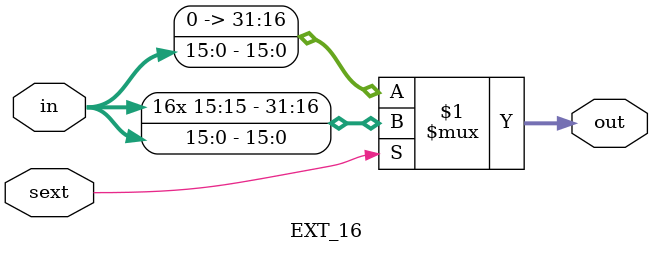
<source format=v>
`timescale 1ns / 1ps



module EXT_16 #(parameter WIDTH=16)(in,out,sext);
    input [15:0] in;
    output [31:0] out;
    input sext;
    assign out=sext? {{(32-WIDTH){in[WIDTH-1]}},in} : {16'b0,in};
endmodule

</source>
